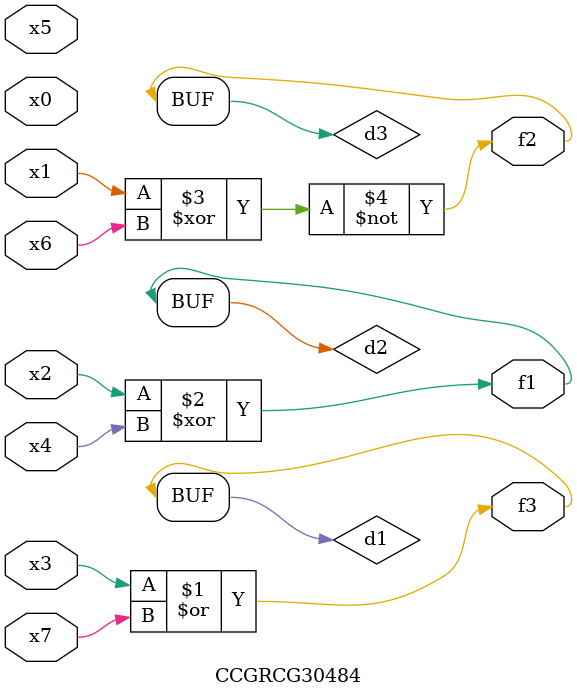
<source format=v>
module CCGRCG30484(
	input x0, x1, x2, x3, x4, x5, x6, x7,
	output f1, f2, f3
);

	wire d1, d2, d3;

	or (d1, x3, x7);
	xor (d2, x2, x4);
	xnor (d3, x1, x6);
	assign f1 = d2;
	assign f2 = d3;
	assign f3 = d1;
endmodule

</source>
